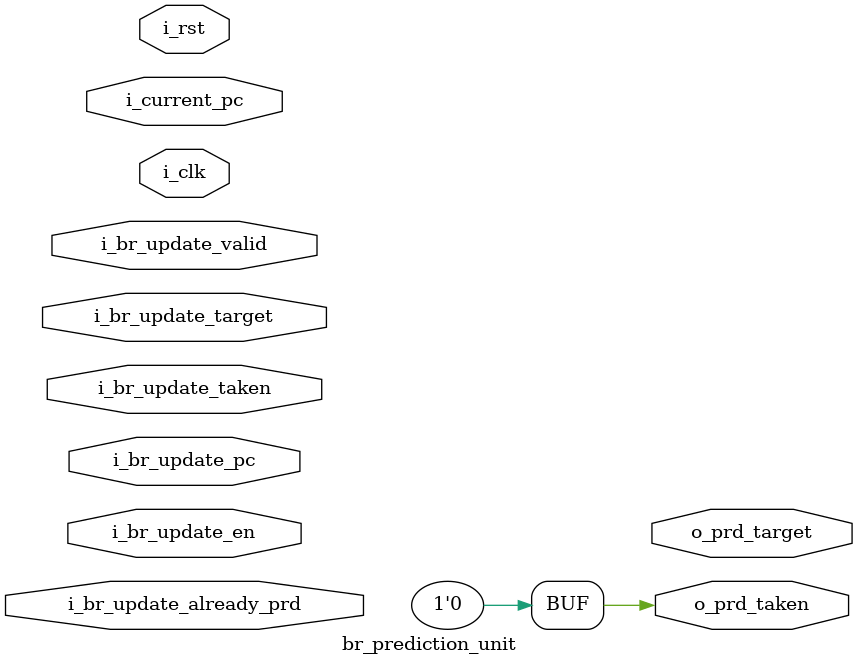
<source format=sv>


module br_prediction_unit (
    input  logic        i_clk,
    input  logic        i_rst,
    input  logic        i_br_update_en,       // HIGH when actual Branch result from BRU is known
    input  logic        i_br_update_valid,
    input  logic        i_br_update_taken,    // HIGH when actual Branch result from BRU is TAKEN
    input  logic        i_br_update_already_prd,  
    input  logic [31:0] i_br_update_pc,
    input  logic [31:0] i_br_update_target,   // Actual branch target provided by BRU when updating
    input  logic [31:0] i_current_pc,         // Current program counter for prediction
    output logic [31:0] o_prd_target,         // Predicted branch target address
    output logic        o_prd_taken           // Indicates a prediction is made
);


// Branch Prediction is currently not implemented
assign o_prd_taken = 1'b0;

endmodule

</source>
